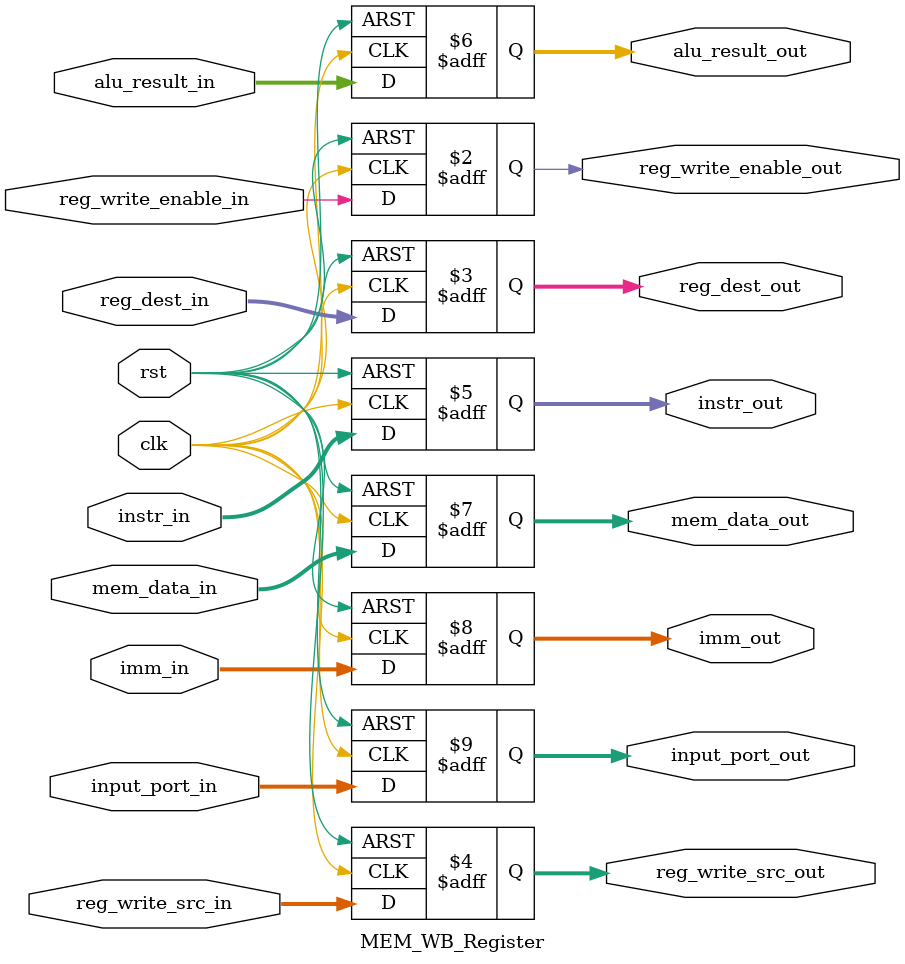
<source format=v>


module IF_ID_Register (
    input clk,
    input rst,
    input stall,
    input flush,
    input [7:0] instr_in,
    input [7:0] PC_in,
    output reg [7:0] instr_out,
    output reg [7:0] PC_out
);
    always @(posedge clk or posedge rst) begin
        if (rst || flush) begin
            instr_out <= 8'h00; // NOP
            PC_out <= 8'h00;
        end else if (!stall) begin
            instr_out <= instr_in;
            PC_out <= PC_in;
        end
    end
endmodule






// ========== ID/EX Pipeline Register ==========
module ID_EX_Register (
    input clk,
    input rst,
    input flush,
    
    // Control signals
    input [3:0] alu_op_in,
    input flag_write_enable_in,
    input [3:0] flag_write_mask_in,
    input reg_write_enable_in,
    input [1:0] reg_dest_in,
    input [2:0] reg_write_src_in,
    input mem_read_in,
    input mem_write_in,
    input [1:0] mem_addr_src_in,
    input is_branch_in,
    input is_call_in,
    input is_ret_in,
    input is_rti_in,
    input sp_inc_in,
    input sp_dec_in,
    input stack_op_in,
    input is_load_in,
    input is_store_in,
    input output_en_in,
    input input_en_in,
    
    // Data signals
    input [7:0] instr_in,
    input [7:0] PC_in,
    input [7:0] reg_a_data_in,
    input [7:0] reg_b_data_in,
    input [7:0] imm_in,
    input [1:0] ra_in,
    input [1:0] rb_in,
    
    // Control outputs
    output reg [3:0] alu_op_out,
    output reg flag_write_enable_out,
    output reg [3:0] flag_write_mask_out,
    output reg reg_write_enable_out,
    output reg [1:0] reg_dest_out,
    output reg [2:0] reg_write_src_out,
    output reg mem_read_out,
    output reg mem_write_out,
    output reg [1:0] mem_addr_src_out,
    output reg is_branch_out,
    output reg is_call_out,
    output reg is_ret_out,
    output reg is_rti_out,
    output reg sp_inc_out,
    output reg sp_dec_out,
    output reg stack_op_out,
    output reg is_load_out,
    output reg is_store_out,
    output reg output_en_out,
    output reg input_en_out,
    
    // Data outputs
    output reg [7:0] instr_out,
    output reg [7:0] PC_out,
    output reg [7:0] reg_a_data_out,
    output reg [7:0] reg_b_data_out,
    output reg [7:0] imm_out,
    output reg [1:0] ra_out,
    output reg [1:0] rb_out
);
    always @(posedge clk or posedge rst) begin
        if (rst || flush) begin
            // Clear all control signals
            alu_op_out <= 4'h0;
            flag_write_enable_out <= 1'b0;
            flag_write_mask_out <= 4'h0;
            reg_write_enable_out <= 1'b0;
            reg_dest_out <= 2'b00;
            reg_write_src_out <= 3'b000;
            mem_read_out <= 1'b0;
            mem_write_out <= 1'b0;
            mem_addr_src_out <= 2'b00;
            is_branch_out <= 1'b0;
            is_call_out <= 1'b0;
            is_ret_out <= 1'b0;
            is_rti_out <= 1'b0;
            sp_inc_out <= 1'b0;
            sp_dec_out <= 1'b0;
            stack_op_out <= 1'b0;
            is_load_out <= 1'b0;
            is_store_out <= 1'b0;
            output_en_out <= 1'b0;
            input_en_out <= 1'b0;
            
            // Clear data
            instr_out <= 8'h00;
            PC_out <= 8'h00;
            reg_a_data_out <= 8'h00;
            reg_b_data_out <= 8'h00;
            imm_out <= 8'h00;
            ra_out <= 2'b00;
            rb_out <= 2'b00;
        end else begin
            // Pass control signals
            alu_op_out <= alu_op_in;
            flag_write_enable_out <= flag_write_enable_in;
            flag_write_mask_out <= flag_write_mask_in;
            reg_write_enable_out <= reg_write_enable_in;
            reg_dest_out <= reg_dest_in;
            reg_write_src_out <= reg_write_src_in;
            mem_read_out <= mem_read_in;
            mem_write_out <= mem_write_in;
            mem_addr_src_out <= mem_addr_src_in;
            is_branch_out <= is_branch_in;
            is_call_out <= is_call_in;
            is_ret_out <= is_ret_in;
            is_rti_out <= is_rti_in;
            sp_inc_out <= sp_inc_in;
            sp_dec_out <= sp_dec_in;
            stack_op_out <= stack_op_in;
            is_load_out <= is_load_in;
            is_store_out <= is_store_in;
            output_en_out <= output_en_in;
            input_en_out <= input_en_in;
            
            // Pass data
            instr_out <= instr_in;
            PC_out <= PC_in;
            reg_a_data_out <= reg_a_data_in;
            reg_b_data_out <= reg_b_data_in;
            imm_out <= imm_in;
            ra_out <= ra_in;
            rb_out <= rb_in;
        end
    end
endmodule






// ========== EX/MEM Pipeline Register  ==========
module EX_MEM_Register (
    input clk,
    input rst,
    
    // Control signals
    input reg_write_enable_in,
    input [1:0] reg_dest_in,
    input [2:0] reg_write_src_in,
    input mem_read_in,
    input mem_write_in,
    input [1:0] mem_addr_src_in,
    input is_ret_in,
    input is_rti_in,
    input sp_inc_in,
    input sp_dec_in,
    input stack_op_in,
    input is_load_in,
    input is_store_in,
    input output_en_in,
    input input_en_in,
    
    // Data signals
    input [7:0] instr_in,
    input [7:0] PC_in,
    input [7:0] alu_result_in,
    input [7:0] reg_a_data_in,  
    input [7:0] reg_b_data_in,
    input [7:0] mem_addr_in,
    input [7:0] imm_in,
    
    // Control outputs
    output reg reg_write_enable_out,
    output reg [1:0] reg_dest_out,
    output reg [2:0] reg_write_src_out,
    output reg mem_read_out,
    output reg mem_write_out,
    output reg [1:0] mem_addr_src_out,
    output reg is_ret_out,
    output reg is_rti_out,
    output reg sp_inc_out,
    output reg sp_dec_out,
    output reg stack_op_out,
    output reg is_load_out,
    output reg is_store_out,
    output reg output_en_out,
    output reg input_en_out,
    
    // Data outputs
    output reg [7:0] instr_out,
    output reg [7:0] PC_out,
    output reg [7:0] alu_result_out,
    output reg [7:0] reg_a_data_out,  
    output reg [7:0] reg_b_data_out,
    output reg [7:0] mem_addr_out,
    output reg [7:0] imm_out
);
    always @(posedge clk or posedge rst) begin
        if (rst) begin
            // Clear control signals
            reg_write_enable_out <= 1'b0;
            reg_dest_out <= 2'b00;
            reg_write_src_out <= 3'b000;
            mem_read_out <= 1'b0;
            mem_write_out <= 1'b0;
            mem_addr_src_out <= 2'b00;
            is_ret_out <= 1'b0;
            is_rti_out <= 1'b0;
            sp_inc_out <= 1'b0;
            sp_dec_out <= 1'b0;
            stack_op_out <= 1'b0;
            is_load_out <= 1'b0;
            is_store_out <= 1'b0;
            output_en_out <= 1'b0;
            input_en_out <= 1'b0;
            
            // Clear data
            instr_out <= 8'h00;
            PC_out <= 8'h00;
            alu_result_out <= 8'h00;
            reg_a_data_out <= 8'h00;  
            reg_b_data_out <= 8'h00;
            mem_addr_out <= 8'h00;
            imm_out <= 8'h00;
        end else begin
            // Pass control signals
            reg_write_enable_out <= reg_write_enable_in;
            reg_dest_out <= reg_dest_in;
            reg_write_src_out <= reg_write_src_in;
            mem_read_out <= mem_read_in;
            mem_write_out <= mem_write_in;
            mem_addr_src_out <= mem_addr_src_in;
            is_ret_out <= is_ret_in;
            is_rti_out <= is_rti_in;
            sp_inc_out <= sp_inc_in;
            sp_dec_out <= sp_dec_in;
            stack_op_out <= stack_op_in;
            is_load_out <= is_load_in;
            is_store_out <= is_store_in;
            output_en_out <= output_en_in;
            input_en_out <= input_en_in;
            
            // Pass data
            instr_out <= instr_in;
            PC_out <= PC_in;
            alu_result_out <= alu_result_in;
            reg_a_data_out <= reg_a_data_in;  
            reg_b_data_out <= reg_b_data_in;
            mem_addr_out <= mem_addr_in;
            imm_out <= imm_in;
        end
    end
endmodule




// ========== MEM/WB Pipeline Register ==========
module MEM_WB_Register (
    input clk,
    input rst,
    
    // Control signals
    input reg_write_enable_in,
    input [1:0] reg_dest_in,
    input [2:0] reg_write_src_in,
    
    // Data signals
    input [7:0] instr_in,
    input [7:0] alu_result_in,
    input [7:0] mem_data_in,
    input [7:0] imm_in,
    input [7:0] input_port_in,
    
    // Control outputs
    output reg reg_write_enable_out,
    output reg [1:0] reg_dest_out,
    output reg [2:0] reg_write_src_out,
    
    // Data outputs
    output reg [7:0] instr_out,
    output reg [7:0] alu_result_out,
    output reg [7:0] mem_data_out,
    output reg [7:0] imm_out,
    output reg [7:0] input_port_out
);
    always @(posedge clk or posedge rst) begin
        if (rst) begin
            // Clear control signals
            reg_write_enable_out <= 1'b0;
            reg_dest_out <= 2'b00;
            reg_write_src_out <= 3'b000;
            
            // Clear data
            instr_out <= 8'h00;
            alu_result_out <= 8'h00;
            mem_data_out <= 8'h00;
            imm_out <= 8'h00;
            input_port_out <= 8'h00;
        end else begin
            // Pass control signals
            reg_write_enable_out <= reg_write_enable_in;
            reg_dest_out <= reg_dest_in;
            reg_write_src_out <= reg_write_src_in;
            
            // Pass data
            instr_out <= instr_in;
            alu_result_out <= alu_result_in;
            mem_data_out <= mem_data_in;
            imm_out <= imm_in;
            input_port_out <= input_port_in;
        end
    end
endmodule
</source>
